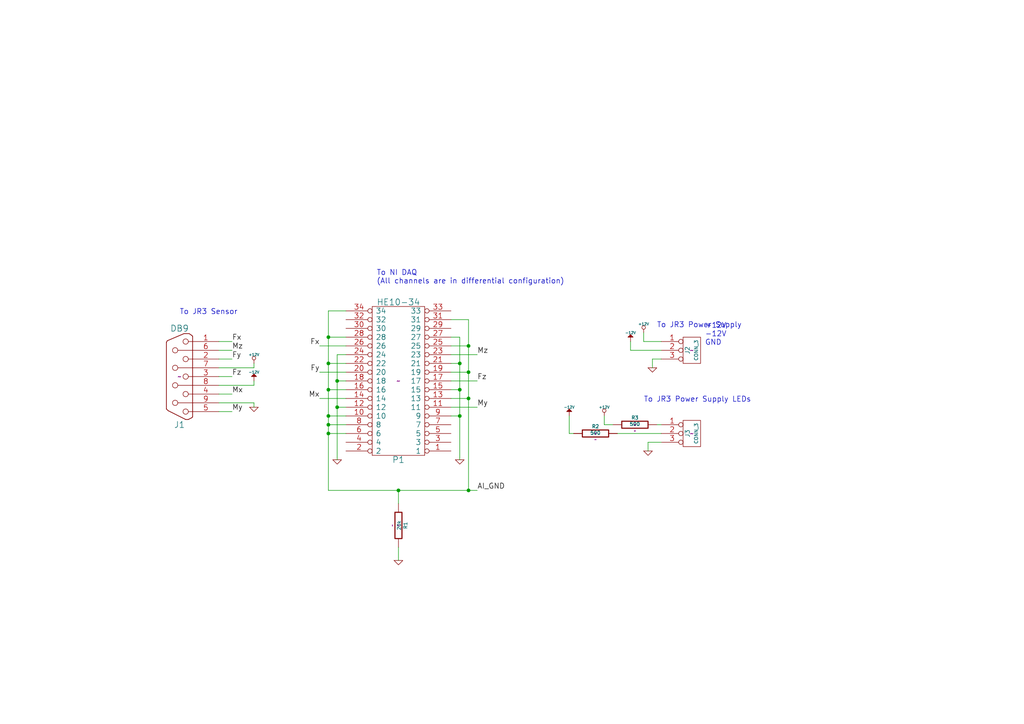
<source format=kicad_sch>
(kicad_sch (version 20230121) (generator eeschema)
  (paper "A4")
  (title_block (title "JR3 Interface") (date "16 apr 2014") (rev "A") (company "Iowa State University") (comment 1 "Drawn by: Ian McInerney"))
  (lib_symbols
    (symbol "JR3_Interface-rescue:+12V" (power) (pin_numbers hide) (pin_names (offset 0))
      (property "Value" "+12V" (at 0 2.54 0))
      (symbol "+12V_0_0"
        (pin power_in line (at 0 0 90) (length 0) hide (name "+12V") (number "1"))
      )
      (symbol "+12V_0_1"
        (polyline (pts (xy 0 0) (xy 0 1.016) (xy 0 1.016)))
        (circle (center 0 1.524) (radius 0.508))
      )
    )
    (symbol "JR3_Interface-rescue:-12V" (power) (pin_names (offset 0))
      (property "Value" "-12V" (at 0 2.54 0))
      (symbol "-12V_0_0"
        (pin power_in line (at 0 0 90) (length 0) hide (name "-12V") (number "1"))
      )
      (symbol "-12V_0_1"
        (polyline (pts (xy 0 0) (xy 0 1.27) (xy 0 1.27)))
        (polyline (pts (xy 0 2.032) (xy 0.762 1.27) (xy -0.508 1.27) (xy -0.762 1.27) (xy 0 2.032) (xy 0 2.032) (xy 0 2.032)) (fill (type outline)))
      )
    )
    (symbol "JR3_Interface-rescue:CONN_3" (pin_names (offset 1.016) hide)
      (property "Reference" "K" (at -1.27 0 90))
      (property "Value" "CONN_3" (at 1.27 0 90))
      (symbol "CONN_3_0_1"
        (rectangle (start -2.54 3.81) (end 2.54 -3.81))
      )
      (symbol "CONN_3_1_1"
        (pin passive inverted (at -8.89 2.54 0) (length 6.35) (name "P1") (number "1"))
        (pin passive inverted (at -8.89 0 0) (length 6.35) (name "PM") (number "2"))
        (pin passive inverted (at -8.89 -2.54 0) (length 6.35) (name "P3") (number "3"))
      )
    )
    (symbol "JR3_Interface-rescue:DB9" (pin_names (offset 1.016) hide)
      (property "Reference" "J" (at 0 13.97 0))
      (property "Value" "DB9" (at 0 -13.97 0))
      (symbol "DB9_0_1"
        (circle (center -1.778 -10.16) (radius 0.762))
        (circle (center -1.778 -5.08) (radius 0.762))
        (circle (center -1.778 0) (radius 0.762))
        (circle (center -1.778 5.08) (radius 0.762))
        (circle (center -1.778 10.16) (radius 0.762))
        (polyline (pts (xy -3.81 -11.684) (xy -3.81 11.684)) (stroke (width 0.2032)))
        (polyline (pts (xy -3.81 -11.6586) (xy -3.556 -11.938)) (stroke (width 0.2032)))
        (polyline (pts (xy -3.81 -10.16) (xy -2.54 -10.16)))
        (polyline (pts (xy -3.81 -7.62) (xy 0.508 -7.62)))
        (polyline (pts (xy -3.81 -5.08) (xy -2.54 -5.08)))
        (polyline (pts (xy -3.81 -2.54) (xy 0.508 -2.54)))
        (polyline (pts (xy -3.81 0) (xy -2.54 0)))
        (polyline (pts (xy -3.81 2.54) (xy 0.508 2.54)))
        (polyline (pts (xy -3.81 5.08) (xy -2.54 5.08)))
        (polyline (pts (xy -3.81 7.62) (xy 0.508 7.62)))
        (polyline (pts (xy -3.81 10.16) (xy -2.54 10.16)))
        (polyline (pts (xy -3.556 -11.938) (xy -2.794 -12.446)) (stroke (width 0.2032)))
        (polyline (pts (xy -3.556 11.938) (xy -3.81 11.684)) (stroke (width 0.2032)))
        (polyline (pts (xy -3.556 11.938) (xy -2.54 12.446)) (stroke (width 0.2032)))
        (polyline (pts (xy -2.794 -12.446) (xy -1.27 -12.446)) (stroke (width 0.2032)))
        (polyline (pts (xy -2.54 12.446) (xy -1.778 12.446)) (stroke (width 0.2032)))
        (polyline (pts (xy 3.2766 9.906) (xy -1.778 12.446)) (stroke (width 0.2032)))
        (polyline (pts (xy 3.2766 9.906) (xy 3.81 9.398)) (stroke (width 0.2032)))
        (polyline (pts (xy 3.556 -10.3886) (xy -1.27 -12.446)) (stroke (width 0.2032)))
        (polyline (pts (xy 3.81 -9.906) (xy 3.556 -10.3886)) (stroke (width 0.2032)))
        (polyline (pts (xy 3.81 9.398) (xy 3.81 -9.906)) (stroke (width 0.2032)))
        (circle (center 1.27 -7.62) (radius 0.762))
        (circle (center 1.27 -2.54) (radius 0.762))
        (circle (center 1.27 2.54) (radius 0.762))
        (circle (center 1.27 7.62) (radius 0.762))
      )
      (symbol "DB9_1_1"
        (pin passive line (at -11.43 -10.16 0) (length 7.62) (name "1") (number "1"))
        (pin passive line (at -11.43 -5.08 0) (length 7.62) (name "2") (number "2"))
        (pin passive line (at -11.43 0 0) (length 7.62) (name "3") (number "3"))
        (pin passive line (at -11.43 5.08 0) (length 7.62) (name "4") (number "4"))
        (pin passive line (at -11.43 10.16 0) (length 7.62) (name "5") (number "5"))
        (pin passive line (at -11.43 -7.62 0) (length 7.62) (name "P6") (number "6"))
        (pin passive line (at -11.43 -2.54 0) (length 7.62) (name "P7") (number "7"))
        (pin passive line (at -11.43 2.54 0) (length 7.62) (name "P8") (number "8"))
        (pin passive line (at -11.43 7.62 0) (length 7.62) (name "P9") (number "9"))
      )
    )
    (symbol "JR3_Interface-rescue:GND" (power) (pin_names (offset 0))
      (symbol "GND_0_1"
        (polyline (pts (xy -1.27 0) (xy 0 -1.27) (xy 1.27 0) (xy -1.27 0)))
      )
      (symbol "GND_1_1"
        (pin power_in line (at 0 0 90) (length 0) hide (name "GND") (number "1"))
      )
    )
    (symbol "JR3_Interface-rescue:HE10-34" (pin_names (offset 1.016))
      (property "Reference" "P" (at 0 22.86 0))
      (property "Value" "HE10-34" (at 0 -22.86 0))
      (symbol "HE10-34_0_1"
        (rectangle (start -7.62 21.59) (end 7.62 -21.59))
      )
      (symbol "HE10-34_1_1"
        (pin passive inverted (at -15.24 20.32 0) (length 7.62) (name "1") (number "1"))
        (pin passive inverted (at 15.24 10.16 180) (length 7.62) (name "10") (number "10"))
        (pin passive inverted (at -15.24 7.62 0) (length 7.62) (name "11") (number "11"))
        (pin passive inverted (at 15.24 7.62 180) (length 7.62) (name "12") (number "12"))
        (pin passive inverted (at -15.24 5.08 0) (length 7.62) (name "13") (number "13"))
        (pin passive inverted (at 15.24 5.08 180) (length 7.62) (name "14") (number "14"))
        (pin passive inverted (at -15.24 2.54 0) (length 7.62) (name "15") (number "15"))
        (pin passive inverted (at 15.24 2.54 180) (length 7.62) (name "16") (number "16"))
        (pin passive inverted (at -15.24 0 0) (length 7.62) (name "17") (number "17"))
        (pin passive inverted (at 15.24 0 180) (length 7.62) (name "18") (number "18"))
        (pin passive inverted (at -15.24 -2.54 0) (length 7.62) (name "19") (number "19"))
        (pin passive inverted (at 15.24 20.32 180) (length 7.62) (name "2") (number "2"))
        (pin passive inverted (at 15.24 -2.54 180) (length 7.62) (name "20") (number "20"))
        (pin passive inverted (at -15.24 -5.08 0) (length 7.62) (name "21") (number "21"))
        (pin passive inverted (at 15.24 -5.08 180) (length 7.62) (name "22") (number "22"))
        (pin passive inverted (at -15.24 -7.62 0) (length 7.62) (name "23") (number "23"))
        (pin passive inverted (at 15.24 -7.62 180) (length 7.62) (name "24") (number "24"))
        (pin passive inverted (at -15.24 -10.16 0) (length 7.62) (name "25") (number "25"))
        (pin passive inverted (at 15.24 -10.16 180) (length 7.62) (name "26") (number "26"))
        (pin passive inverted (at -15.24 -12.7 0) (length 7.62) (name "27") (number "27"))
        (pin passive inverted (at 15.24 -12.7 180) (length 7.62) (name "28") (number "28"))
        (pin passive inverted (at -15.24 -15.24 0) (length 7.62) (name "29") (number "29"))
        (pin passive inverted (at -15.24 17.78 0) (length 7.62) (name "3") (number "3"))
        (pin passive inverted (at 15.24 -15.24 180) (length 7.62) (name "30") (number "30"))
        (pin passive inverted (at -15.24 -17.78 0) (length 7.62) (name "31") (number "31"))
        (pin passive inverted (at 15.24 -17.78 180) (length 7.62) (name "32") (number "32"))
        (pin passive inverted (at -15.24 -20.32 0) (length 7.62) (name "33") (number "33"))
        (pin passive inverted (at 15.24 -20.32 180) (length 7.62) (name "34") (number "34"))
        (pin passive inverted (at 15.24 17.78 180) (length 7.62) (name "4") (number "4"))
        (pin passive inverted (at -15.24 15.24 0) (length 7.62) (name "5") (number "5"))
        (pin passive inverted (at 15.24 15.24 180) (length 7.62) (name "6") (number "6"))
        (pin passive inverted (at -15.24 12.7 0) (length 7.62) (name "7") (number "7"))
        (pin passive inverted (at 15.24 12.7 180) (length 7.62) (name "8") (number "8"))
        (pin passive inverted (at -15.24 10.16 0) (length 7.62) (name "9") (number "9"))
      )
    )
    (symbol "JR3_Interface-rescue:R" (pin_numbers hide) (pin_names (offset 0))
      (property "Reference" "R" (at 2.032 0 90))
      (property "Value" "R" (at 0.1778 0.0254 90))
      (symbol "R_0_1"
        (rectangle (start -1.016 3.81) (end 1.016 -3.81) (stroke (width 0.3048)))
      )
      (symbol "R_1_1"
        (pin passive line (at 0 6.35 270) (length 2.54) (name "~") (number "1"))
        (pin passive line (at 0 -6.35 90) (length 2.54) (name "~") (number "2"))
      )
    )
  )
  (junction (at 133.35 105.41))
  (junction (at 135.89 107.95))
  (junction (at 115.57 142.24))
  (junction (at 95.25 125.73))
  (junction (at 95.25 105.41))
  (junction (at 135.89 100.33))
  (junction (at 97.79 110.49))
  (junction (at 95.25 123.19))
  (junction (at 97.79 118.11))
  (junction (at 133.35 113.03))
  (junction (at 135.89 115.57))
  (junction (at 135.89 142.24))
  (junction (at 95.25 113.03))
  (junction (at 133.35 120.65))
  (junction (at 95.25 120.65))
  (junction (at 95.25 97.79))
  (wire (pts (xy 95.25 105.41) (xy 95.25 113.03)))
  (wire (pts (xy 67.31 114.3) (xy 63.5 114.3)))
  (wire (pts (xy 97.79 118.11) (xy 100.33 118.11)))
  (wire (pts (xy 100.33 110.49) (xy 97.79 110.49)))
  (wire (pts (xy 186.69 99.06) (xy 186.69 96.52)))
  (wire (pts (xy 100.33 100.33) (xy 92.71 100.33)))
  (wire (pts (xy 130.81 97.79) (xy 133.35 97.79)))
  (wire (pts (xy 95.25 120.65) (xy 100.33 120.65)))
  (wire (pts (xy 97.79 110.49) (xy 97.79 118.11)))
  (wire (pts (xy 138.43 102.87) (xy 130.81 102.87)))
  (wire (pts (xy 135.89 107.95) (xy 130.81 107.95)))
  (wire (pts (xy 100.33 102.87) (xy 97.79 102.87)))
  (wire (pts (xy 191.77 128.27) (xy 187.96 128.27)))
  (wire (pts (xy 100.33 90.17) (xy 95.25 90.17)))
  (wire (pts (xy 115.57 142.24) (xy 115.57 146.05)))
  (wire (pts (xy 63.5 109.22) (xy 67.31 109.22)))
  (wire (pts (xy 100.33 97.79) (xy 95.25 97.79)))
  (wire (pts (xy 95.25 123.19) (xy 100.33 123.19)))
  (wire (pts (xy 135.89 100.33) (xy 135.89 107.95)))
  (wire (pts (xy 95.25 105.41) (xy 100.33 105.41)))
  (wire (pts (xy 135.89 115.57) (xy 135.89 142.24)))
  (wire (pts (xy 191.77 123.19) (xy 190.5 123.19)))
  (wire (pts (xy 63.5 119.38) (xy 67.31 119.38)))
  (wire (pts (xy 130.81 113.03) (xy 133.35 113.03)))
  (wire (pts (xy 135.89 92.71) (xy 135.89 100.33)))
  (wire (pts (xy 130.81 100.33) (xy 135.89 100.33)))
  (wire (pts (xy 182.88 101.6) (xy 182.88 99.06)))
  (wire (pts (xy 95.25 113.03) (xy 100.33 113.03)))
  (wire (pts (xy 135.89 107.95) (xy 135.89 115.57)))
  (wire (pts (xy 133.35 120.65) (xy 133.35 133.35)))
  (wire (pts (xy 95.25 97.79) (xy 95.25 105.41)))
  (wire (pts (xy 100.33 107.95) (xy 92.71 107.95)))
  (wire (pts (xy 73.66 106.68) (xy 63.5 106.68)))
  (wire (pts (xy 138.43 118.11) (xy 130.81 118.11)))
  (wire (pts (xy 191.77 99.06) (xy 186.69 99.06)))
  (wire (pts (xy 130.81 92.71) (xy 135.89 92.71)))
  (wire (pts (xy 73.66 105.41) (xy 73.66 106.68)))
  (wire (pts (xy 133.35 105.41) (xy 133.35 113.03)))
  (wire (pts (xy 95.25 125.73) (xy 95.25 142.24)))
  (wire (pts (xy 95.25 120.65) (xy 95.25 123.19)))
  (wire (pts (xy 73.66 116.84) (xy 73.66 118.11)))
  (wire (pts (xy 130.81 105.41) (xy 133.35 105.41)))
  (wire (pts (xy 191.77 125.73) (xy 179.07 125.73)))
  (wire (pts (xy 95.25 90.17) (xy 95.25 97.79)))
  (wire (pts (xy 92.71 115.57) (xy 100.33 115.57)))
  (wire (pts (xy 166.37 125.73) (xy 165.1 125.73)))
  (wire (pts (xy 63.5 101.6) (xy 67.31 101.6)))
  (wire (pts (xy 133.35 113.03) (xy 133.35 120.65)))
  (wire (pts (xy 135.89 142.24) (xy 138.43 142.24)))
  (wire (pts (xy 95.25 142.24) (xy 115.57 142.24)))
  (wire (pts (xy 95.25 125.73) (xy 100.33 125.73)))
  (wire (pts (xy 191.77 101.6) (xy 182.88 101.6)))
  (wire (pts (xy 133.35 97.79) (xy 133.35 105.41)))
  (wire (pts (xy 63.5 116.84) (xy 73.66 116.84)))
  (wire (pts (xy 165.1 125.73) (xy 165.1 120.65)))
  (wire (pts (xy 97.79 118.11) (xy 97.79 133.35)))
  (wire (pts (xy 67.31 99.06) (xy 63.5 99.06)))
  (wire (pts (xy 130.81 120.65) (xy 133.35 120.65)))
  (wire (pts (xy 97.79 102.87) (xy 97.79 110.49)))
  (wire (pts (xy 115.57 142.24) (xy 135.89 142.24)))
  (wire (pts (xy 189.23 104.14) (xy 189.23 106.68)))
  (wire (pts (xy 67.31 104.14) (xy 63.5 104.14)))
  (wire (pts (xy 177.8 123.19) (xy 175.26 123.19)))
  (wire (pts (xy 175.26 123.19) (xy 175.26 120.65)))
  (wire (pts (xy 73.66 110.49) (xy 73.66 111.76)))
  (wire (pts (xy 95.25 123.19) (xy 95.25 125.73)))
  (wire (pts (xy 191.77 104.14) (xy 189.23 104.14)))
  (wire (pts (xy 115.57 158.75) (xy 115.57 162.56)))
  (wire (pts (xy 187.96 128.27) (xy 187.96 130.81)))
  (wire (pts (xy 138.43 110.49) (xy 130.81 110.49)))
  (wire (pts (xy 135.89 115.57) (xy 130.81 115.57)))
  (wire (pts (xy 95.25 113.03) (xy 95.25 120.65)))
  (wire (pts (xy 73.66 111.76) (xy 63.5 111.76)))
  (text "+12V\n-12V\nGND" (at 204.47 100.33 0) (effects (font (size 1.524 1.524)) (justify left bottom)))
  (text "To JR3 Power Supply" (at 190.5 95.25 0) (effects (font (size 1.524 1.524)) (justify left bottom)))
  (text "To NI DAQ\n(All channels are in differential configuration)" (at 109.22 82.55 0) (effects (font (size 1.524 1.524)) (justify left bottom)))
  (text "To JR3 Power Supply LEDs" (at 186.69 116.84 0) (effects (font (size 1.524 1.524)) (justify left bottom)))
  (text "To JR3 Sensor" (at 52.07 91.44 0) (effects (font (size 1.524 1.524)) (justify left bottom)))
  (label "Fx" (at 92.71 100.33 180) (effects (font (size 1.524 1.524))))
  (label "Fy" (at 92.71 107.95 180) (effects (font (size 1.524 1.524))))
  (label "Mx" (at 92.71 115.57 180) (effects (font (size 1.524 1.524))))
  (label "Fy" (at 67.31 104.14 0) (effects (font (size 1.524 1.524))))
  (label "Fz" (at 67.31 109.22 0) (effects (font (size 1.524 1.524))))
  (label "My" (at 138.43 118.11 0) (effects (font (size 1.524 1.524))))
  (label "Fz" (at 138.43 110.49 0) (effects (font (size 1.524 1.524))))
  (label "Mz" (at 67.31 101.6 0) (effects (font (size 1.524 1.524))))
  (label "My" (at 67.31 119.38 0) (effects (font (size 1.524 1.524))))
  (label "AI_GND" (at 138.43 142.24 0) (effects (font (size 1.524 1.524))))
  (label "Fx" (at 67.31 99.06 0) (effects (font (size 1.524 1.524))))
  (label "Mx" (at 67.31 114.3 0) (effects (font (size 1.524 1.524))))
  (label "Mz" (at 138.43 102.87 0) (effects (font (size 1.524 1.524))))
  (symbol (lib_id "JR3_Interface-rescue:HE10-34") (at 115.57 110.49 180) (unit 1)
    (property "Reference" "P1" (at 115.57 133.35 0) (effects (font (size 1.778 1.778))))
    (property "Value" "HE10-34" (at 115.57 87.63 0) (effects (font (size 1.778 1.778))))
    (property "Footprint" "~" (at 115.57 110.49 0) (effects (font (size 1.524 1.524))))
    (property "Datasheet" "~" (at 115.57 110.49 0) (effects (font (size 1.524 1.524))))
  )
  (symbol (lib_id "JR3_Interface-rescue:DB9") (at 52.07 109.22 180) (unit 1)
    (property "Reference" "J1" (at 52.07 123.19 0) (effects (font (size 1.778 1.778))))
    (property "Value" "DB9" (at 52.07 95.25 0) (effects (font (size 1.778 1.778))))
    (property "Footprint" "~" (at 52.07 109.22 0) (effects (font (size 1.524 1.524))))
    (property "Datasheet" "~" (at 52.07 109.22 0) (effects (font (size 1.524 1.524))))
  )
  (symbol (lib_id "JR3_Interface-rescue:CONN_3") (at 200.66 101.6 0) (unit 1)
    (property "Reference" "J2" (at 199.39 101.6 90))
    (property "Value" "CONN_3" (at 201.93 101.6 90) (effects (font (size 1.016 1.016))))
    (property "Footprint" "~" (at 200.66 101.6 0) (effects (font (size 1.524 1.524))))
    (property "Datasheet" "~" (at 200.66 101.6 0) (effects (font (size 1.524 1.524))))
  )
  (symbol (lib_id "JR3_Interface-rescue:GND") (at 189.23 106.68 0) (unit 1)
    (property "Reference" "#PWR01" (effects hide))
    (property "Value" "GND" (effects hide))
  )
  (symbol (lib_id "JR3_Interface-rescue:-12V") (at 182.88 99.06 0) (unit 1)
    (property "Reference" "#PWR02" (effects hide))
    (property "Value" "-12V" (at 182.88 96.52 0) (effects (font (size 0.762 0.762))))
  )
  (symbol (lib_id "JR3_Interface-rescue:+12V") (at 186.69 96.52 0) (unit 1)
    (property "Reference" "#PWR03" (effects hide))
    (property "Value" "+12V" (at 186.69 93.98 0) (effects (font (size 0.762 0.762))))
  )
  (symbol (lib_id "JR3_Interface-rescue:+12V") (at 73.66 105.41 0) (unit 1)
    (property "Reference" "#PWR04" (effects hide))
    (property "Value" "+12V" (at 73.66 102.87 0) (effects (font (size 0.762 0.762))))
  )
  (symbol (lib_id "JR3_Interface-rescue:-12V") (at 73.66 110.49 0) (unit 1)
    (property "Reference" "#PWR05" (effects hide))
    (property "Value" "-12V" (at 73.66 107.95 0) (effects (font (size 0.762 0.762))))
  )
  (symbol (lib_id "JR3_Interface-rescue:GND") (at 73.66 118.11 0) (unit 1)
    (property "Reference" "#PWR09" (effects hide))
    (property "Value" "GND" (effects hide))
  )
  (symbol (lib_id "JR3_Interface-rescue:CONN_3") (at 200.66 125.73 0) (unit 1)
    (property "Reference" "J3" (at 199.39 125.73 90))
    (property "Value" "CONN_3" (at 201.93 125.73 90) (effects (font (size 1.016 1.016))))
    (property "Footprint" "~" (at 200.66 125.73 0) (effects (font (size 1.524 1.524))))
    (property "Datasheet" "~" (at 200.66 125.73 0) (effects (font (size 1.524 1.524))))
  )
  (symbol (lib_id "JR3_Interface-rescue:-12V") (at 165.1 120.65 0) (unit 1)
    (property "Reference" "#PWR06" (effects hide))
    (property "Value" "-12V" (at 165.1 118.11 0) (effects (font (size 0.762 0.762))))
  )
  (symbol (lib_id "JR3_Interface-rescue:GND") (at 187.96 130.81 0) (unit 1)
    (property "Reference" "#PWR07" (effects hide))
    (property "Value" "GND" (effects hide))
  )
  (symbol (lib_id "JR3_Interface-rescue:+12V") (at 175.26 120.65 0) (unit 1)
    (property "Reference" "#PWR08" (effects hide))
    (property "Value" "+12V" (at 175.26 118.11 0) (effects (font (size 0.762 0.762))))
  )
  (symbol (lib_id "JR3_Interface-rescue:R") (at 184.15 123.19 90) (unit 1)
    (property "Reference" "R3" (at 184.15 121.158 90) (effects (font (size 1.016 1.016))))
    (property "Value" "500" (at 184.1246 123.0122 90) (effects (font (size 1.016 1.016))))
    (property "Footprint" "~" (at 184.15 124.968 90) (effects (font (size 0.762 0.762))))
    (property "Datasheet" "~" (at 184.15 123.19 0) (effects (font (size 0.762 0.762))))
  )
  (symbol (lib_id "JR3_Interface-rescue:R") (at 172.72 125.73 90) (unit 1)
    (property "Reference" "R2" (at 172.72 123.698 90) (effects (font (size 1.016 1.016))))
    (property "Value" "500" (at 172.6946 125.5522 90) (effects (font (size 1.016 1.016))))
    (property "Footprint" "~" (at 172.72 127.508 90) (effects (font (size 0.762 0.762))))
    (property "Datasheet" "~" (at 172.72 125.73 0) (effects (font (size 0.762 0.762))))
  )
  (symbol (lib_id "JR3_Interface-rescue:GND") (at 133.35 133.35 0) (unit 1)
    (property "Reference" "#PWR010" (effects hide))
    (property "Value" "GND" (effects hide))
  )
  (symbol (lib_id "JR3_Interface-rescue:R") (at 115.57 152.4 0) (unit 1)
    (property "Reference" "R1" (at 117.602 152.4 90) (effects (font (size 1.016 1.016))))
    (property "Value" "20k" (at 115.7478 152.3746 90) (effects (font (size 1.016 1.016))))
    (property "Footprint" "~" (at 113.792 152.4 90) (effects (font (size 0.762 0.762))))
    (property "Datasheet" "~" (at 115.57 152.4 0) (effects (font (size 0.762 0.762))))
  )
  (symbol (lib_id "JR3_Interface-rescue:GND") (at 115.57 162.56 0) (unit 1)
    (property "Reference" "#PWR011" (effects hide))
    (property "Value" "GND" (effects hide))
  )
  (symbol (lib_id "JR3_Interface-rescue:GND") (at 97.79 133.35 0) (unit 1)
    (property "Reference" "#PWR?" (effects hide))
    (property "Value" "GND" (effects hide))
  )
)
</source>
